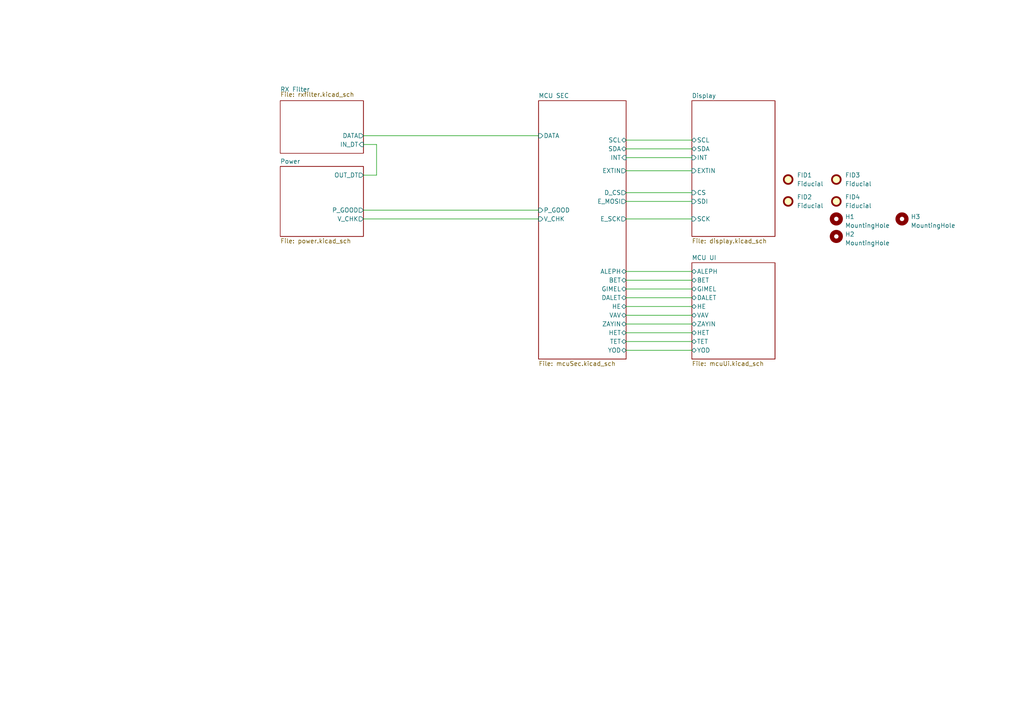
<source format=kicad_sch>
(kicad_sch
	(version 20231120)
	(generator "eeschema")
	(generator_version "8.0")
	(uuid "f1094595-086c-43ea-a0be-6f801d9d8744")
	(paper "A4")
	(lib_symbols
		(symbol "Mechanical:Fiducial"
			(exclude_from_sim no)
			(in_bom yes)
			(on_board yes)
			(property "Reference" "FID"
				(at 0 5.08 0)
				(effects
					(font
						(size 1.27 1.27)
					)
				)
			)
			(property "Value" "Fiducial"
				(at 0 3.175 0)
				(effects
					(font
						(size 1.27 1.27)
					)
				)
			)
			(property "Footprint" ""
				(at 0 0 0)
				(effects
					(font
						(size 1.27 1.27)
					)
					(hide yes)
				)
			)
			(property "Datasheet" "~"
				(at 0 0 0)
				(effects
					(font
						(size 1.27 1.27)
					)
					(hide yes)
				)
			)
			(property "Description" "Fiducial Marker"
				(at 0 0 0)
				(effects
					(font
						(size 1.27 1.27)
					)
					(hide yes)
				)
			)
			(property "ki_keywords" "fiducial marker"
				(at 0 0 0)
				(effects
					(font
						(size 1.27 1.27)
					)
					(hide yes)
				)
			)
			(property "ki_fp_filters" "Fiducial*"
				(at 0 0 0)
				(effects
					(font
						(size 1.27 1.27)
					)
					(hide yes)
				)
			)
			(symbol "Fiducial_0_1"
				(circle
					(center 0 0)
					(radius 1.27)
					(stroke
						(width 0.508)
						(type default)
					)
					(fill
						(type background)
					)
				)
			)
		)
		(symbol "Mechanical:MountingHole"
			(pin_names
				(offset 1.016)
			)
			(exclude_from_sim no)
			(in_bom yes)
			(on_board yes)
			(property "Reference" "H"
				(at 0 5.08 0)
				(effects
					(font
						(size 1.27 1.27)
					)
				)
			)
			(property "Value" "MountingHole"
				(at 0 3.175 0)
				(effects
					(font
						(size 1.27 1.27)
					)
				)
			)
			(property "Footprint" ""
				(at 0 0 0)
				(effects
					(font
						(size 1.27 1.27)
					)
					(hide yes)
				)
			)
			(property "Datasheet" "~"
				(at 0 0 0)
				(effects
					(font
						(size 1.27 1.27)
					)
					(hide yes)
				)
			)
			(property "Description" "Mounting Hole without connection"
				(at 0 0 0)
				(effects
					(font
						(size 1.27 1.27)
					)
					(hide yes)
				)
			)
			(property "ki_keywords" "mounting hole"
				(at 0 0 0)
				(effects
					(font
						(size 1.27 1.27)
					)
					(hide yes)
				)
			)
			(property "ki_fp_filters" "MountingHole*"
				(at 0 0 0)
				(effects
					(font
						(size 1.27 1.27)
					)
					(hide yes)
				)
			)
			(symbol "MountingHole_0_1"
				(circle
					(center 0 0)
					(radius 1.27)
					(stroke
						(width 1.27)
						(type default)
					)
					(fill
						(type none)
					)
				)
			)
		)
	)
	(wire
		(pts
			(xy 105.41 63.5) (xy 156.21 63.5)
		)
		(stroke
			(width 0)
			(type default)
		)
		(uuid "15c7b644-feaa-4a72-99f5-372726787def")
	)
	(wire
		(pts
			(xy 181.61 58.42) (xy 200.66 58.42)
		)
		(stroke
			(width 0)
			(type default)
		)
		(uuid "1cd74bf8-5e3c-4b0b-a750-9e87360874e7")
	)
	(wire
		(pts
			(xy 181.61 49.53) (xy 200.66 49.53)
		)
		(stroke
			(width 0)
			(type default)
		)
		(uuid "4fb537fe-d13a-45f4-b55e-a3df2c964692")
	)
	(wire
		(pts
			(xy 181.61 43.18) (xy 200.66 43.18)
		)
		(stroke
			(width 0)
			(type default)
		)
		(uuid "6f9b2ca7-938b-4b23-b58b-d413ab15ed4f")
	)
	(wire
		(pts
			(xy 181.61 63.5) (xy 200.66 63.5)
		)
		(stroke
			(width 0)
			(type default)
		)
		(uuid "79dbefdb-6c64-481b-938e-0e9f465569c7")
	)
	(wire
		(pts
			(xy 105.41 60.96) (xy 156.21 60.96)
		)
		(stroke
			(width 0)
			(type default)
		)
		(uuid "8fa3ce1b-5dba-4410-b2d5-97e218f3a8d1")
	)
	(wire
		(pts
			(xy 105.41 39.37) (xy 156.21 39.37)
		)
		(stroke
			(width 0)
			(type default)
		)
		(uuid "951b706f-5ee5-467f-976f-d402bb6a24ad")
	)
	(wire
		(pts
			(xy 181.61 40.64) (xy 200.66 40.64)
		)
		(stroke
			(width 0)
			(type default)
		)
		(uuid "96721c4e-b9a4-43e2-bb3c-5f62807c67ff")
	)
	(wire
		(pts
			(xy 181.61 99.06) (xy 200.66 99.06)
		)
		(stroke
			(width 0)
			(type default)
		)
		(uuid "97cf9b63-1b24-4f6f-af42-b2f6f77c2b90")
	)
	(wire
		(pts
			(xy 181.61 78.74) (xy 200.66 78.74)
		)
		(stroke
			(width 0)
			(type default)
		)
		(uuid "985152cb-f9a3-4159-841a-b23a0a329dcb")
	)
	(wire
		(pts
			(xy 181.61 101.6) (xy 200.66 101.6)
		)
		(stroke
			(width 0)
			(type default)
		)
		(uuid "a2d27d54-b117-4952-923d-47971f5bddc0")
	)
	(wire
		(pts
			(xy 181.61 55.88) (xy 200.66 55.88)
		)
		(stroke
			(width 0)
			(type default)
		)
		(uuid "a4e02290-3801-4a82-889e-24ae19ddf805")
	)
	(wire
		(pts
			(xy 181.61 83.82) (xy 200.66 83.82)
		)
		(stroke
			(width 0)
			(type default)
		)
		(uuid "a7a4778c-006b-43fa-9e27-acfe005b8154")
	)
	(wire
		(pts
			(xy 181.61 81.28) (xy 200.66 81.28)
		)
		(stroke
			(width 0)
			(type default)
		)
		(uuid "a7ae8065-97e1-46de-a6f2-f9b500fa9db9")
	)
	(wire
		(pts
			(xy 181.61 96.52) (xy 200.66 96.52)
		)
		(stroke
			(width 0)
			(type default)
		)
		(uuid "ad741ab5-5951-4d6c-94e6-1233b57788e9")
	)
	(wire
		(pts
			(xy 109.22 50.8) (xy 105.41 50.8)
		)
		(stroke
			(width 0)
			(type default)
		)
		(uuid "ba8c8b4f-ee18-4408-8378-1b96cfc10866")
	)
	(wire
		(pts
			(xy 181.61 93.98) (xy 200.66 93.98)
		)
		(stroke
			(width 0)
			(type default)
		)
		(uuid "c4f6ef6a-bea0-44cc-9755-48447a603194")
	)
	(wire
		(pts
			(xy 181.61 88.9) (xy 200.66 88.9)
		)
		(stroke
			(width 0)
			(type default)
		)
		(uuid "cf2e7f99-09f7-4556-bb29-cfa4037ef151")
	)
	(wire
		(pts
			(xy 105.41 41.91) (xy 109.22 41.91)
		)
		(stroke
			(width 0)
			(type default)
		)
		(uuid "e2bf8467-272a-440f-a96d-032043d52350")
	)
	(wire
		(pts
			(xy 109.22 41.91) (xy 109.22 50.8)
		)
		(stroke
			(width 0)
			(type default)
		)
		(uuid "e3ed2ceb-bbcd-475e-a647-ab7ceca4518a")
	)
	(wire
		(pts
			(xy 181.61 45.72) (xy 200.66 45.72)
		)
		(stroke
			(width 0)
			(type default)
		)
		(uuid "f06bc4c9-e5b5-4cd4-ad8c-84811098654e")
	)
	(wire
		(pts
			(xy 181.61 91.44) (xy 200.66 91.44)
		)
		(stroke
			(width 0)
			(type default)
		)
		(uuid "f9a3f0a1-d269-44fd-9c3e-4793f4641271")
	)
	(wire
		(pts
			(xy 181.61 86.36) (xy 200.66 86.36)
		)
		(stroke
			(width 0)
			(type default)
		)
		(uuid "fead049c-337d-4e0d-a260-ad3b482f0eb7")
	)
	(symbol
		(lib_id "Mechanical:Fiducial")
		(at 228.6 52.07 0)
		(unit 1)
		(exclude_from_sim no)
		(in_bom yes)
		(on_board yes)
		(dnp no)
		(fields_autoplaced yes)
		(uuid "07b6e9fa-5f27-4d03-a108-8598ae262114")
		(property "Reference" "FID?"
			(at 231.14 50.7999 0)
			(effects
				(font
					(size 1.27 1.27)
				)
				(justify left)
			)
		)
		(property "Value" "Fiducial"
			(at 231.14 53.3399 0)
			(effects
				(font
					(size 1.27 1.27)
				)
				(justify left)
			)
		)
		(property "Footprint" "Fiducial:Fiducial_0.5mm_Mask1.5mm"
			(at 228.6 52.07 0)
			(effects
				(font
					(size 1.27 1.27)
				)
				(hide yes)
			)
		)
		(property "Datasheet" "~"
			(at 228.6 52.07 0)
			(effects
				(font
					(size 1.27 1.27)
				)
				(hide yes)
			)
		)
		(property "Description" ""
			(at 228.6 52.07 0)
			(effects
				(font
					(size 1.27 1.27)
				)
				(hide yes)
			)
		)
		(instances
			(project "Kampela"
				(path "/472e0f49-51e5-4b9c-a9f6-6aed0741c677"
					(reference "FID?")
					(unit 1)
				)
			)
			(project "Kampela_G5"
				(path "/f1094595-086c-43ea-a0be-6f801d9d8744"
					(reference "FID1")
					(unit 1)
				)
			)
		)
	)
	(symbol
		(lib_id "Mechanical:Fiducial")
		(at 242.57 58.42 0)
		(unit 1)
		(exclude_from_sim no)
		(in_bom yes)
		(on_board yes)
		(dnp no)
		(fields_autoplaced yes)
		(uuid "49b50032-60bf-486c-90ee-ada0700a21b5")
		(property "Reference" "FID?"
			(at 245.11 57.1499 0)
			(effects
				(font
					(size 1.27 1.27)
				)
				(justify left)
			)
		)
		(property "Value" "Fiducial"
			(at 245.11 59.6899 0)
			(effects
				(font
					(size 1.27 1.27)
				)
				(justify left)
			)
		)
		(property "Footprint" "Fiducial:Fiducial_0.5mm_Mask1.5mm"
			(at 242.57 58.42 0)
			(effects
				(font
					(size 1.27 1.27)
				)
				(hide yes)
			)
		)
		(property "Datasheet" "~"
			(at 242.57 58.42 0)
			(effects
				(font
					(size 1.27 1.27)
				)
				(hide yes)
			)
		)
		(property "Description" ""
			(at 242.57 58.42 0)
			(effects
				(font
					(size 1.27 1.27)
				)
				(hide yes)
			)
		)
		(instances
			(project "Kampela"
				(path "/472e0f49-51e5-4b9c-a9f6-6aed0741c677"
					(reference "FID?")
					(unit 1)
				)
			)
			(project "Kampela_G5"
				(path "/f1094595-086c-43ea-a0be-6f801d9d8744"
					(reference "FID4")
					(unit 1)
				)
			)
		)
	)
	(symbol
		(lib_id "Mechanical:MountingHole")
		(at 242.57 68.58 0)
		(unit 1)
		(exclude_from_sim no)
		(in_bom yes)
		(on_board yes)
		(dnp no)
		(fields_autoplaced yes)
		(uuid "5b4b0dd3-69b5-482f-846f-fc5616165a2a")
		(property "Reference" "H2"
			(at 245.11 67.945 0)
			(effects
				(font
					(size 1.27 1.27)
				)
				(justify left)
			)
		)
		(property "Value" "MountingHole"
			(at 245.11 70.485 0)
			(effects
				(font
					(size 1.27 1.27)
				)
				(justify left)
			)
		)
		(property "Footprint" "MountingHole:MountingHole_2.1mm"
			(at 242.57 68.58 0)
			(effects
				(font
					(size 1.27 1.27)
				)
				(hide yes)
			)
		)
		(property "Datasheet" "~"
			(at 242.57 68.58 0)
			(effects
				(font
					(size 1.27 1.27)
				)
				(hide yes)
			)
		)
		(property "Description" ""
			(at 242.57 68.58 0)
			(effects
				(font
					(size 1.27 1.27)
				)
				(hide yes)
			)
		)
		(instances
			(project "Kampela_G5"
				(path "/f1094595-086c-43ea-a0be-6f801d9d8744"
					(reference "H2")
					(unit 1)
				)
			)
		)
	)
	(symbol
		(lib_id "Mechanical:MountingHole")
		(at 261.62 63.5 0)
		(unit 1)
		(exclude_from_sim no)
		(in_bom yes)
		(on_board yes)
		(dnp no)
		(fields_autoplaced yes)
		(uuid "9cf98707-ecb1-4914-a3b2-a92820e3e288")
		(property "Reference" "H3"
			(at 264.16 62.865 0)
			(effects
				(font
					(size 1.27 1.27)
				)
				(justify left)
			)
		)
		(property "Value" "MountingHole"
			(at 264.16 65.405 0)
			(effects
				(font
					(size 1.27 1.27)
				)
				(justify left)
			)
		)
		(property "Footprint" "MountingHole:MountingHole_2.1mm"
			(at 261.62 63.5 0)
			(effects
				(font
					(size 1.27 1.27)
				)
				(hide yes)
			)
		)
		(property "Datasheet" "~"
			(at 261.62 63.5 0)
			(effects
				(font
					(size 1.27 1.27)
				)
				(hide yes)
			)
		)
		(property "Description" ""
			(at 261.62 63.5 0)
			(effects
				(font
					(size 1.27 1.27)
				)
				(hide yes)
			)
		)
		(instances
			(project "Kampela_G5"
				(path "/f1094595-086c-43ea-a0be-6f801d9d8744"
					(reference "H3")
					(unit 1)
				)
			)
		)
	)
	(symbol
		(lib_id "Mechanical:MountingHole")
		(at 242.57 63.5 0)
		(unit 1)
		(exclude_from_sim no)
		(in_bom yes)
		(on_board yes)
		(dnp no)
		(fields_autoplaced yes)
		(uuid "9ec0f513-e523-40e8-95e2-90ce8323235c")
		(property "Reference" "H1"
			(at 245.11 62.865 0)
			(effects
				(font
					(size 1.27 1.27)
				)
				(justify left)
			)
		)
		(property "Value" "MountingHole"
			(at 245.11 65.405 0)
			(effects
				(font
					(size 1.27 1.27)
				)
				(justify left)
			)
		)
		(property "Footprint" "MountingHole:MountingHole_2.1mm"
			(at 242.57 63.5 0)
			(effects
				(font
					(size 1.27 1.27)
				)
				(hide yes)
			)
		)
		(property "Datasheet" "~"
			(at 242.57 63.5 0)
			(effects
				(font
					(size 1.27 1.27)
				)
				(hide yes)
			)
		)
		(property "Description" ""
			(at 242.57 63.5 0)
			(effects
				(font
					(size 1.27 1.27)
				)
				(hide yes)
			)
		)
		(instances
			(project "Kampela_G5"
				(path "/f1094595-086c-43ea-a0be-6f801d9d8744"
					(reference "H1")
					(unit 1)
				)
			)
		)
	)
	(symbol
		(lib_id "Mechanical:Fiducial")
		(at 242.57 52.07 0)
		(unit 1)
		(exclude_from_sim no)
		(in_bom yes)
		(on_board yes)
		(dnp no)
		(fields_autoplaced yes)
		(uuid "dc0985ce-3d77-4399-be2d-eb0592f40a31")
		(property "Reference" "FID?"
			(at 245.11 50.7999 0)
			(effects
				(font
					(size 1.27 1.27)
				)
				(justify left)
			)
		)
		(property "Value" "Fiducial"
			(at 245.11 53.3399 0)
			(effects
				(font
					(size 1.27 1.27)
				)
				(justify left)
			)
		)
		(property "Footprint" "Fiducial:Fiducial_0.5mm_Mask1.5mm"
			(at 242.57 52.07 0)
			(effects
				(font
					(size 1.27 1.27)
				)
				(hide yes)
			)
		)
		(property "Datasheet" "~"
			(at 242.57 52.07 0)
			(effects
				(font
					(size 1.27 1.27)
				)
				(hide yes)
			)
		)
		(property "Description" ""
			(at 242.57 52.07 0)
			(effects
				(font
					(size 1.27 1.27)
				)
				(hide yes)
			)
		)
		(instances
			(project "Kampela"
				(path "/472e0f49-51e5-4b9c-a9f6-6aed0741c677"
					(reference "FID?")
					(unit 1)
				)
			)
			(project "Kampela_G5"
				(path "/f1094595-086c-43ea-a0be-6f801d9d8744"
					(reference "FID3")
					(unit 1)
				)
			)
		)
	)
	(symbol
		(lib_id "Mechanical:Fiducial")
		(at 228.6 58.42 0)
		(unit 1)
		(exclude_from_sim no)
		(in_bom yes)
		(on_board yes)
		(dnp no)
		(fields_autoplaced yes)
		(uuid "e907db61-12ad-41c2-906d-7cba99d56fff")
		(property "Reference" "FID?"
			(at 231.14 57.1499 0)
			(effects
				(font
					(size 1.27 1.27)
				)
				(justify left)
			)
		)
		(property "Value" "Fiducial"
			(at 231.14 59.6899 0)
			(effects
				(font
					(size 1.27 1.27)
				)
				(justify left)
			)
		)
		(property "Footprint" "Fiducial:Fiducial_0.5mm_Mask1.5mm"
			(at 228.6 58.42 0)
			(effects
				(font
					(size 1.27 1.27)
				)
				(hide yes)
			)
		)
		(property "Datasheet" "~"
			(at 228.6 58.42 0)
			(effects
				(font
					(size 1.27 1.27)
				)
				(hide yes)
			)
		)
		(property "Description" ""
			(at 228.6 58.42 0)
			(effects
				(font
					(size 1.27 1.27)
				)
				(hide yes)
			)
		)
		(instances
			(project "Kampela"
				(path "/472e0f49-51e5-4b9c-a9f6-6aed0741c677"
					(reference "FID?")
					(unit 1)
				)
			)
			(project "Kampela_G5"
				(path "/f1094595-086c-43ea-a0be-6f801d9d8744"
					(reference "FID2")
					(unit 1)
				)
			)
		)
	)
	(sheet
		(at 81.28 48.26)
		(size 24.13 20.32)
		(fields_autoplaced yes)
		(stroke
			(width 0.1524)
			(type solid)
		)
		(fill
			(color 0 0 0 0.0000)
		)
		(uuid "107d2fe5-3a51-4aa0-a4ed-d8d997e2d812")
		(property "Sheetname" "Power"
			(at 81.28 47.5484 0)
			(effects
				(font
					(size 1.27 1.27)
				)
				(justify left bottom)
			)
		)
		(property "Sheetfile" "power.kicad_sch"
			(at 81.28 69.1646 0)
			(effects
				(font
					(size 1.27 1.27)
				)
				(justify left top)
			)
		)
		(pin "P_GOOD" output
			(at 105.41 60.96 0)
			(effects
				(font
					(size 1.27 1.27)
				)
				(justify right)
			)
			(uuid "d9f2c296-c15f-4784-aab8-d35621ae701a")
		)
		(pin "V_CHK" output
			(at 105.41 63.5 0)
			(effects
				(font
					(size 1.27 1.27)
				)
				(justify right)
			)
			(uuid "3c0759ce-219a-498b-8c1a-4e1e10efbad4")
		)
		(pin "OUT_DT" output
			(at 105.41 50.8 0)
			(effects
				(font
					(size 1.27 1.27)
				)
				(justify right)
			)
			(uuid "3c1ed2ae-ffab-478c-9643-47994c2a83cb")
		)
		(instances
			(project "Kampela"
				(path "/472e0f49-51e5-4b9c-a9f6-6aed0741c677"
					(page "3")
				)
			)
			(project "Kampela_H1"
				(path "/f1094595-086c-43ea-a0be-6f801d9d8744"
					(page "3")
				)
			)
		)
	)
	(sheet
		(at 200.66 76.2)
		(size 24.13 27.94)
		(fields_autoplaced yes)
		(stroke
			(width 0.1524)
			(type solid)
		)
		(fill
			(color 0 0 0 0.0000)
		)
		(uuid "426d2e5c-9813-4137-9bb6-36832fb9b69b")
		(property "Sheetname" "MCU UI"
			(at 200.66 75.4884 0)
			(effects
				(font
					(size 1.27 1.27)
				)
				(justify left bottom)
			)
		)
		(property "Sheetfile" "mcuUi.kicad_sch"
			(at 200.66 104.7246 0)
			(effects
				(font
					(size 1.27 1.27)
				)
				(justify left top)
			)
		)
		(pin "HE" bidirectional
			(at 200.66 88.9 180)
			(effects
				(font
					(size 1.27 1.27)
				)
				(justify left)
			)
			(uuid "d7f4354d-a0dd-4903-951b-c5b6038bec82")
		)
		(pin "VAV" bidirectional
			(at 200.66 91.44 180)
			(effects
				(font
					(size 1.27 1.27)
				)
				(justify left)
			)
			(uuid "73b11457-7a0e-4715-86de-9f32ccc9a8cd")
		)
		(pin "ZAYIN" bidirectional
			(at 200.66 93.98 180)
			(effects
				(font
					(size 1.27 1.27)
				)
				(justify left)
			)
			(uuid "01428069-2558-4bf0-9409-7f6972fc6104")
		)
		(pin "HET" bidirectional
			(at 200.66 96.52 180)
			(effects
				(font
					(size 1.27 1.27)
				)
				(justify left)
			)
			(uuid "6c2418d9-6096-438b-8f09-33af7d7ffeed")
		)
		(pin "YOD" bidirectional
			(at 200.66 101.6 180)
			(effects
				(font
					(size 1.27 1.27)
				)
				(justify left)
			)
			(uuid "087c77f7-06eb-405e-bd3d-fea24a6fccf5")
		)
		(pin "TET" bidirectional
			(at 200.66 99.06 180)
			(effects
				(font
					(size 1.27 1.27)
				)
				(justify left)
			)
			(uuid "626591b7-8046-48ea-8eed-99a935acbec8")
		)
		(pin "DALET" bidirectional
			(at 200.66 86.36 180)
			(effects
				(font
					(size 1.27 1.27)
				)
				(justify left)
			)
			(uuid "55537f15-65ee-4b6d-a27d-97f9a3a1eaf7")
		)
		(pin "ALEPH" bidirectional
			(at 200.66 78.74 180)
			(effects
				(font
					(size 1.27 1.27)
				)
				(justify left)
			)
			(uuid "8067db47-85ac-493b-b1c8-94a29cc412b3")
		)
		(pin "GIMEL" bidirectional
			(at 200.66 83.82 180)
			(effects
				(font
					(size 1.27 1.27)
				)
				(justify left)
			)
			(uuid "d4831b50-fcf8-4e63-a173-41037b912e59")
		)
		(pin "BET" bidirectional
			(at 200.66 81.28 180)
			(effects
				(font
					(size 1.27 1.27)
				)
				(justify left)
			)
			(uuid "1817dc81-ed2b-4287-984d-795a9840f77b")
		)
		(instances
			(project "Kampela_H1"
				(path "/f1094595-086c-43ea-a0be-6f801d9d8744"
					(page "6")
				)
			)
		)
	)
	(sheet
		(at 81.28 29.21)
		(size 24.13 15.24)
		(stroke
			(width 0.1524)
			(type solid)
		)
		(fill
			(color 0 0 0 0.0000)
		)
		(uuid "67eb4c15-878d-4392-8f98-b0db1677ce0d")
		(property "Sheetname" "RX Filter"
			(at 81.28 26.67 0)
			(effects
				(font
					(size 1.27 1.27)
				)
				(justify left bottom)
			)
		)
		(property "Sheetfile" "rxfilter.kicad_sch"
			(at 81.28 26.67 0)
			(effects
				(font
					(size 1.27 1.27)
				)
				(justify left top)
			)
		)
		(pin "IN_DT" input
			(at 105.41 41.91 0)
			(effects
				(font
					(size 1.27 1.27)
				)
				(justify right)
			)
			(uuid "e8cfc9d4-4dcf-4582-b277-b42e82f180df")
		)
		(pin "DATA" output
			(at 105.41 39.37 0)
			(effects
				(font
					(size 1.27 1.27)
				)
				(justify right)
			)
			(uuid "b2a4cc6a-45d2-411a-bf3a-e6340c3bf4a8")
		)
		(instances
			(project "Kampela"
				(path "/472e0f49-51e5-4b9c-a9f6-6aed0741c677"
					(page "2")
				)
			)
			(project "Kampela_H1"
				(path "/f1094595-086c-43ea-a0be-6f801d9d8744"
					(page "2")
				)
			)
		)
	)
	(sheet
		(at 200.66 29.21)
		(size 24.13 39.37)
		(fields_autoplaced yes)
		(stroke
			(width 0.1524)
			(type solid)
		)
		(fill
			(color 0 0 0 0.0000)
		)
		(uuid "7868ecaa-9431-43d7-95a8-9c0f01ec9958")
		(property "Sheetname" "Display"
			(at 200.66 28.4984 0)
			(effects
				(font
					(size 1.27 1.27)
				)
				(justify left bottom)
			)
		)
		(property "Sheetfile" "display.kicad_sch"
			(at 200.66 69.1646 0)
			(effects
				(font
					(size 1.27 1.27)
				)
				(justify left top)
			)
		)
		(pin "SCK" input
			(at 200.66 63.5 180)
			(effects
				(font
					(size 1.27 1.27)
				)
				(justify left)
			)
			(uuid "f8e76e11-1989-458b-932f-b497cc04540f")
		)
		(pin "SDI" input
			(at 200.66 58.42 180)
			(effects
				(font
					(size 1.27 1.27)
				)
				(justify left)
			)
			(uuid "a7cfa5f8-0bea-4131-8883-8ed3352ac761")
		)
		(pin "CS" input
			(at 200.66 55.88 180)
			(effects
				(font
					(size 1.27 1.27)
				)
				(justify left)
			)
			(uuid "d0e4604f-d4f1-4f03-a7ad-afa89dbcd435")
		)
		(pin "EXTIN" input
			(at 200.66 49.53 180)
			(effects
				(font
					(size 1.27 1.27)
				)
				(justify left)
			)
			(uuid "f17cd155-c724-48ab-a364-7d46167f4387")
		)
		(pin "SCL" bidirectional
			(at 200.66 40.64 180)
			(effects
				(font
					(size 1.27 1.27)
				)
				(justify left)
			)
			(uuid "eccc9ab7-59dc-4788-a27f-15d8d1795520")
		)
		(pin "SDA" bidirectional
			(at 200.66 43.18 180)
			(effects
				(font
					(size 1.27 1.27)
				)
				(justify left)
			)
			(uuid "3399d081-1299-448c-821d-bc53979072b7")
		)
		(pin "INT" input
			(at 200.66 45.72 180)
			(effects
				(font
					(size 1.27 1.27)
				)
				(justify left)
			)
			(uuid "a996029f-fb21-49f8-a354-2d60bd4a490a")
		)
		(instances
			(project "Kampela"
				(path "/472e0f49-51e5-4b9c-a9f6-6aed0741c677"
					(page "4")
				)
			)
			(project "Kampela_H1"
				(path "/f1094595-086c-43ea-a0be-6f801d9d8744"
					(page "5")
				)
			)
		)
	)
	(sheet
		(at 156.21 29.21)
		(size 25.4 74.93)
		(fields_autoplaced yes)
		(stroke
			(width 0.1524)
			(type solid)
		)
		(fill
			(color 0 0 0 0.0000)
		)
		(uuid "da08338c-417a-4808-acf4-35a11b7a82db")
		(property "Sheetname" "MCU SEC"
			(at 156.21 28.4984 0)
			(effects
				(font
					(size 1.27 1.27)
				)
				(justify left bottom)
			)
		)
		(property "Sheetfile" "mcuSec.kicad_sch"
			(at 156.21 104.7246 0)
			(effects
				(font
					(size 1.27 1.27)
				)
				(justify left top)
			)
		)
		(pin "E_SCK" output
			(at 181.61 63.5 0)
			(effects
				(font
					(size 1.27 1.27)
				)
				(justify right)
			)
			(uuid "9c4ee8e2-d11c-4d97-b5e9-01b08eb01e44")
		)
		(pin "E_MOSI" output
			(at 181.61 58.42 0)
			(effects
				(font
					(size 1.27 1.27)
				)
				(justify right)
			)
			(uuid "1c22a491-6c8b-4ed5-8b89-f40bd78e60c4")
		)
		(pin "D_CS" output
			(at 181.61 55.88 0)
			(effects
				(font
					(size 1.27 1.27)
				)
				(justify right)
			)
			(uuid "d671e4ee-7ee9-4052-9fae-6d91aee86732")
		)
		(pin "SCL" bidirectional
			(at 181.61 40.64 0)
			(effects
				(font
					(size 1.27 1.27)
				)
				(justify right)
			)
			(uuid "08350522-feac-49e9-b906-6b49ef29154d")
		)
		(pin "SDA" bidirectional
			(at 181.61 43.18 0)
			(effects
				(font
					(size 1.27 1.27)
				)
				(justify right)
			)
			(uuid "bcac3a34-5232-4f9e-a747-58774033cfde")
		)
		(pin "INT" input
			(at 181.61 45.72 0)
			(effects
				(font
					(size 1.27 1.27)
				)
				(justify right)
			)
			(uuid "9cec50b4-180d-49d0-8d5a-7325ef3183e3")
		)
		(pin "P_GOOD" input
			(at 156.21 60.96 180)
			(effects
				(font
					(size 1.27 1.27)
				)
				(justify left)
			)
			(uuid "d4f6b0d7-122e-4207-9453-7eb7b28a665f")
		)
		(pin "DATA" input
			(at 156.21 39.37 180)
			(effects
				(font
					(size 1.27 1.27)
				)
				(justify left)
			)
			(uuid "e4caa2fd-9720-443a-8e2d-20c487013a4d")
		)
		(pin "V_CHK" input
			(at 156.21 63.5 180)
			(effects
				(font
					(size 1.27 1.27)
				)
				(justify left)
			)
			(uuid "e240a61c-637a-44f1-91ee-c6d26c9d731c")
		)
		(pin "ALEPH" bidirectional
			(at 181.61 78.74 0)
			(effects
				(font
					(size 1.27 1.27)
				)
				(justify right)
			)
			(uuid "e5ba4cef-bae5-4b3c-be30-3fda7d982729")
		)
		(pin "YOD" bidirectional
			(at 181.61 101.6 0)
			(effects
				(font
					(size 1.27 1.27)
				)
				(justify right)
			)
			(uuid "85333c5b-277d-40a3-8397-f18d8530af42")
		)
		(pin "HET" bidirectional
			(at 181.61 96.52 0)
			(effects
				(font
					(size 1.27 1.27)
				)
				(justify right)
			)
			(uuid "b38829e5-1027-4292-9856-4a27e6e18aaa")
		)
		(pin "ZAYIN" bidirectional
			(at 181.61 93.98 0)
			(effects
				(font
					(size 1.27 1.27)
				)
				(justify right)
			)
			(uuid "fed95776-0d85-430a-8745-b4e6fd7e43b1")
		)
		(pin "HE" bidirectional
			(at 181.61 88.9 0)
			(effects
				(font
					(size 1.27 1.27)
				)
				(justify right)
			)
			(uuid "6b6140b7-2fd3-41e0-8af1-61b846ba6996")
		)
		(pin "VAV" bidirectional
			(at 181.61 91.44 0)
			(effects
				(font
					(size 1.27 1.27)
				)
				(justify right)
			)
			(uuid "8047e6f8-dbec-4388-8055-a850fddce2cb")
		)
		(pin "TET" bidirectional
			(at 181.61 99.06 0)
			(effects
				(font
					(size 1.27 1.27)
				)
				(justify right)
			)
			(uuid "455cd149-ff72-43ac-a837-2ec53b8864c9")
		)
		(pin "GIMEL" bidirectional
			(at 181.61 83.82 0)
			(effects
				(font
					(size 1.27 1.27)
				)
				(justify right)
			)
			(uuid "d723d50a-414b-4fb1-9725-7a887bda3aff")
		)
		(pin "DALET" bidirectional
			(at 181.61 86.36 0)
			(effects
				(font
					(size 1.27 1.27)
				)
				(justify right)
			)
			(uuid "5e591bce-f58c-4261-9772-7edc49fffc22")
		)
		(pin "BET" bidirectional
			(at 181.61 81.28 0)
			(effects
				(font
					(size 1.27 1.27)
				)
				(justify right)
			)
			(uuid "75e0e258-f8f5-4175-a7ab-e7e1cf6f362d")
		)
		(pin "EXTIN" output
			(at 181.61 49.53 0)
			(effects
				(font
					(size 1.27 1.27)
				)
				(justify right)
			)
			(uuid "d4243cfb-19be-47f2-9d7c-ce2e1d5e7144")
		)
		(instances
			(project "Kampela"
				(path "/472e0f49-51e5-4b9c-a9f6-6aed0741c677"
					(page "5")
				)
			)
			(project "Kampela_H1"
				(path "/f1094595-086c-43ea-a0be-6f801d9d8744"
					(page "4")
				)
			)
		)
	)
	(sheet_instances
		(path "/"
			(page "1")
		)
	)
)

</source>
